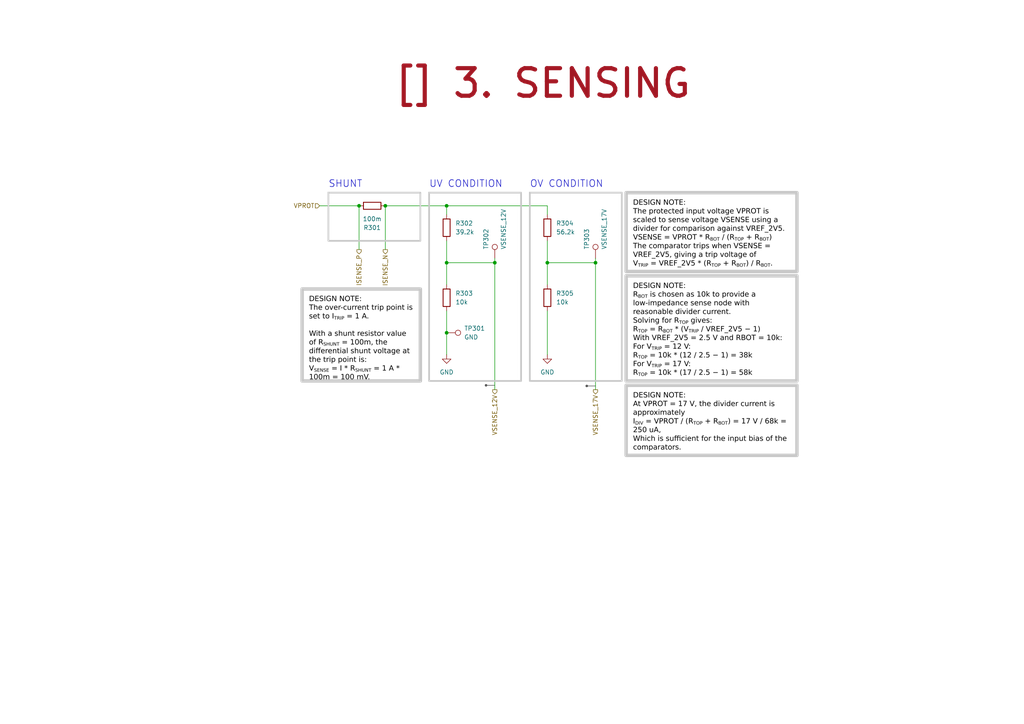
<source format=kicad_sch>
(kicad_sch (version 20250114) (generator "eeschema") (generator_version "9.0")
  (paper "A4")
  (title_block (title "3. SENSING") (date "2025-01-12") (rev "${REVISION}") (company "${COMPANY}"))
  (lib_symbols
    (symbol "Connector:TestPoint" (pin_numbers (hide yes)) (pin_names (offset 0.762) (hide yes))
      (property "Reference" "TP" (at 0 6.858 0))
      (property "Value" "TestPoint" (at 0 5.08 0))
      (symbol "TestPoint_0_1"
        (circle (center 0 3.302) (radius 0.762))
      )
      (symbol "TestPoint_1_1"
        (pin passive line (at 0 0 90) (length 2.54) (name "1") (number "1"))
      )
    )
    (symbol "Device:R" (pin_numbers (hide yes)) (pin_names (offset 0))
      (property "Reference" "R" (at 2.032 0 90))
      (property "Value" "R" (at 0 0 90))
      (symbol "R_0_1"
        (rectangle (start -1.016 -2.54) (end 1.016 2.54) (stroke (width 0.254)))
      )
      (symbol "R_1_1"
        (pin passive line (at 0 3.81 270) (length 1.27) (name "~") (number "1"))
        (pin passive line (at 0 -3.81 90) (length 1.27) (name "~") (number "2"))
      )
    )
    (symbol "power:GND" (power) (pin_numbers (hide yes)) (pin_names (offset 0) (hide yes))
      (property "Value" "GND" (at 0 -3.81 0))
      (symbol "GND_0_1"
        (polyline (pts (xy 0 0) (xy 0 -1.27) (xy 1.27 -1.27) (xy 0 -2.54) (xy -1.27 -1.27) (xy 0 -1.27)))
      )
      (symbol "GND_1_1"
        (pin power_in line (at 0 0 270) (length 0) (name "~") (number "1"))
      )
    )
  )
  (rectangle (start 153.67 55.88) (end 180.34 110.49) (stroke (width 0.5) (color 200 200 200 1)))
  (rectangle (start 95.25 55.88) (end 121.92 69.85) (stroke (width 0.5) (color 200 200 200 1)))
  (rectangle (start 124.46 55.88) (end 151.13 110.49) (stroke (width 0.5) (color 200 200 200 1)))
  (text "SHUNT" (at 95.25 54.61 0) (effects (font (size 2 2)) (justify left bottom)))
  (text "UV CONDITION" (at 124.46 54.61 0) (effects (font (size 2 2)) (justify left bottom)))
  (text "OV CONDITION" (at 153.67 54.61 0) (effects (font (size 2 2)) (justify left bottom)))
  (text_box "DESIGN NOTE:\nAt VPROT = 17 V, the divider current is approximately\nI_{DIV} = VPROT / (R_{TOP} + R_{BOT}) = 17 V / 68k = 250 uA,\nWhich is sufficient for the input bias of the comparators." (at 181.61 111.76 0) (size 49.53 20.32) (margins 2 2 2 2) (stroke (width 1) (color 200 200 200 1)) (effects (font (size 1.5 1.5)) (justify left top)))
  (text_box "DESIGN NOTE:\nThe over-current trip point is set to I_{TRIP} = 1 A.\n\nWith a shunt resistor value of R_{SHUNT} = 100m, the differential shunt voltage at the trip point is:\nV_{SENSE} = I * R_{SHUNT} = 1 A * 100m = 100 mV." (at 87.63 83.82 0) (size 34.29 26.67) (margins 2 2 2 2) (stroke (width 1) (color 200 200 200 1)) (effects (font (size 1.5 1.5)) (justify left top)))
  (text_box "DESIGN NOTE:\nR_{BOT} is chosen as 10k to provide a low-impedance sense node with reasonable divider current.\nSolving for R_{TOP} gives:\nR_{TOP} = R_{BOT} * (V_{TRIP} / VREF_2V5 − 1)\nWith VREF_2V5 = 2.5 V and RBOT = 10k:\nFor V_{TRIP} = 12 V:\nR_{TOP} = 10k * (12 / 2.5 − 1) = 38k\nFor V_{TRIP} = 17 V:\nR_{TOP} = 10k * (17 / 2.5 − 1) = 58k" (at 181.61 80.01 0) (size 49.53 30.48) (margins 2 2 2 2) (stroke (width 1) (color 200 200 200 1)) (effects (font (size 1.5 1.5)) (justify left top)))
  (text_box "DESIGN NOTE:\nThe protected input voltage VPROT is scaled to sense voltage VSENSE using a divider for comparison against VREF_2V5.\nVSENSE = VPROT * R_{BOT} / (R_{TOP} + R_{BOT})\nThe comparator trips when VSENSE = VREF_2V5, giving a trip voltage of\nV_{TRIP} = VREF_2V5 * (R_{TOP} + R_{BOT}) / R_{BOT}." (at 181.61 55.88 0) (size 49.53 22.86) (margins 2 2 2 2) (stroke (width 1) (color 200 200 200 1)) (effects (font (size 1.5 1.5)) (justify left top)))
  (text_box "[${#}] ${TITLE}" (at 76.2 17.78 0) (size 162.56 12.7) (margins 5.9999 5.9999 5.9999 5.9999) (stroke (width -0.0001)) (effects (font (size 8 8) (thickness 1.2) (bold yes))))
  (junction (at 172.72 76.2))
  (junction (at 129.54 59.69))
  (junction (at 143.51 76.2))
  (junction (at 129.54 96.52))
  (junction (at 158.75 76.2))
  (junction (at 104.14 59.69))
  (junction (at 111.76 59.69))
  (junction (at 129.54 76.2))
  (wire (pts (xy 111.76 59.69) (xy 129.54 59.69)))
  (wire (pts (xy 111.76 59.69) (xy 111.76 72.39)))
  (wire (pts (xy 172.72 74.93) (xy 172.72 76.2)))
  (wire (pts (xy 129.54 59.69) (xy 158.75 59.69)))
  (wire (pts (xy 143.51 76.2) (xy 143.51 113.03)))
  (wire (pts (xy 158.75 90.17) (xy 158.75 102.87)))
  (wire (pts (xy 129.54 69.85) (xy 129.54 76.2)))
  (wire (pts (xy 92.71 59.69) (xy 104.14 59.69)))
  (wire (pts (xy 143.51 76.2) (xy 143.51 74.93)))
  (wire (pts (xy 172.72 76.2) (xy 172.72 113.03)))
  (wire (pts (xy 104.14 59.69) (xy 104.14 72.39)))
  (wire (pts (xy 129.54 96.52) (xy 129.54 102.87)))
  (wire (pts (xy 129.54 90.17) (xy 129.54 96.52)))
  (wire (pts (xy 158.75 69.85) (xy 158.75 76.2)))
  (wire (pts (xy 158.75 59.69) (xy 158.75 62.23)))
  (wire (pts (xy 129.54 59.69) (xy 129.54 62.23)))
  (wire (pts (xy 129.54 76.2) (xy 129.54 82.55)))
  (wire (pts (xy 158.75 76.2) (xy 172.72 76.2)))
  (wire (pts (xy 129.54 76.2) (xy 143.51 76.2)))
  (wire (pts (xy 158.75 76.2) (xy 158.75 82.55)))
  (hierarchical_label "ISENSE_P" (shape output) (at 104.14 72.39 270))
  (hierarchical_label "VSENSE_17V" (shape output) (at 172.72 113.03 270))
  (hierarchical_label "VPROT" (shape input) (at 92.71 59.69 180))
  (hierarchical_label "ISENSE_N" (shape output) (at 111.76 72.39 270))
  (hierarchical_label "VSENSE_12V" (shape output) (at 143.51 113.03 270))
  (netclass_flag "" (length 2.54) (shape dot) (at 143.51 111.76 90) (property "Netclass" "VSENSE_12V" (effects (hide yes))))
  (netclass_flag "" (length 2.54) (shape dot) (at 172.72 111.9433 90) (property "Netclass" "VSENSE_17V" (effects (hide yes))))
  (symbol (lib_id "Connector:TestPoint") (at 172.72 74.93 0) (unit 1) (in_bom no)
    (property "Reference" "TP303" (at 170.18 72.39 90) (effects (justify left)))
    (property "Value" "VSENSE_17V" (at 175.26 72.39 90) (effects (justify left)))
    (property "Footprint" "RD-Testpoints:TestPoint_Pad_D1.0mm" (effects (hide yes)))
    (property "Description" "test point" (effects (hide yes)))
  )
  (symbol (lib_id "power:GND") (at 158.75 102.87 0) (unit 1)
    (property "Reference" "#PWR0302" (effects (hide yes)))
    (property "Value" "GND" (at 158.75 107.95 0))
    (property "Description" "Power symbol creates a global label with name \"GND\" , ground" (effects (hide yes)))
  )
  (symbol (lib_id "Device:R") (at 158.75 66.04 180) (unit 1)
    (property "Reference" "R304" (at 161.29 64.7699 0) (effects (justify right)))
    (property "Value" "56.2k" (at 161.29 67.3099 0) (effects (justify right)))
    (property "Footprint" "Resistor_SMD:R_1206_3216Metric_Pad1.30x1.75mm_HandSolder" (effects (hide yes)))
    (property "Datasheet" "https://www.analogtechnologies.com/document/New_Resistor_Kits.pdf" (effects (hide yes)))
    (property "Description" "RES 56.2K OHM 1% 1/4W 1206" (effects (hide yes)))
    (property "Manufacturer" "Analog Technologies" (effects (hide yes)))
  )
  (symbol (lib_id "Device:R") (at 129.54 86.36 180) (unit 1)
    (property "Reference" "R303" (at 132.08 85.0899 0) (effects (justify right)))
    (property "Value" "10k" (at 132.08 87.6299 0) (effects (justify right)))
    (property "Footprint" "Resistor_SMD:R_1206_3216Metric_Pad1.30x1.75mm_HandSolder" (effects (hide yes)))
    (property "Datasheet" "https://www.analogtechnologies.com/document/New_Resistor_Kits.pdf" (effects (hide yes)))
    (property "Description" "RES 10K OHM 1% 1/4W 1206" (effects (hide yes)))
    (property "Manufacturer" "Analog Technologies" (effects (hide yes)))
  )
  (symbol (lib_id "Connector:TestPoint") (at 143.51 74.93 0) (unit 1) (in_bom no)
    (property "Reference" "TP302" (at 140.97 72.39 90) (effects (justify left)))
    (property "Value" "VSENSE_12V" (at 146.05 72.39 90) (effects (justify left)))
    (property "Footprint" "RD-Testpoints:TestPoint_Pad_D1.0mm" (effects (hide yes)))
    (property "Description" "test point" (effects (hide yes)))
  )
  (symbol (lib_id "power:GND") (at 129.54 102.87 0) (unit 1)
    (property "Reference" "#PWR0301" (effects (hide yes)))
    (property "Value" "GND" (at 129.54 107.95 0))
    (property "Description" "Power symbol creates a global label with name \"GND\" , ground" (effects (hide yes)))
  )
  (symbol (lib_id "Device:R") (at 129.54 66.04 180) (unit 1)
    (property "Reference" "R302" (at 132.08 64.7699 0) (effects (justify right)))
    (property "Value" "39.2k" (at 132.08 67.3099 0) (effects (justify right)))
    (property "Footprint" "Resistor_SMD:R_1206_3216Metric_Pad1.30x1.75mm_HandSolder" (effects (hide yes)))
    (property "Datasheet" "https://www.analogtechnologies.com/document/New_Resistor_Kits.pdf" (effects (hide yes)))
    (property "Description" "RES 39.2K OHM 1% 1/4W 1206" (effects (hide yes)))
    (property "Manufacturer" "Analog Technologies" (effects (hide yes)))
  )
  (symbol (lib_id "Connector:TestPoint") (at 129.54 96.52 270) (unit 1) (in_bom no)
    (property "Reference" "TP301" (at 134.62 95.2499 90) (effects (justify left)))
    (property "Value" "GND" (at 134.62 97.7899 90) (effects (justify left)))
    (property "Footprint" "RD-Testpoints:TestPoint_THTPad_1.5x1.5mm_Drill0.7mm" (effects (hide yes)))
  )
  (symbol (lib_id "Device:R") (at 107.95 59.69 270) (unit 1)
    (property "Reference" "R301" (at 107.95 66.04 90))
    (property "Value" "100m" (at 107.95 63.5 90))
    (property "Footprint" "Resistor_SMD:R_1206_3216Metric_Pad1.30x1.75mm_HandSolder" (effects (hide yes)))
    (property "Datasheet" "https://www.ohmite.com/assets/images/res-kdv.pdf" (effects (hide yes)))
    (property "Description" "RES 0.1 OHM 1% 1/2W 1206" (effects (hide yes)))
    (property "Manufacturer" "Ohmite" (effects (hide yes)))
    (property "Notes" "Current sense shunt, sets OCP trip (~1 A). Ideally should be <100m" (effects (hide yes)))
    (property "MPN" "KDV12FR100ET" (effects (hide yes)))
  )
  (symbol (lib_id "Device:R") (at 158.75 86.36 180) (unit 1)
    (property "Reference" "R305" (at 161.29 85.0899 0) (effects (justify right)))
    (property "Value" "10k" (at 161.29 87.6299 0) (effects (justify right)))
    (property "Footprint" "Resistor_SMD:R_1206_3216Metric_Pad1.30x1.75mm_HandSolder" (effects (hide yes)))
    (property "Datasheet" "https://www.analogtechnologies.com/document/New_Resistor_Kits.pdf" (effects (hide yes)))
    (property "Description" "RES 10K OHM 1% 1/4W 1206" (effects (hide yes)))
    (property "Manufacturer" "Analog Technologies" (effects (hide yes)))
  )
)
</source>
